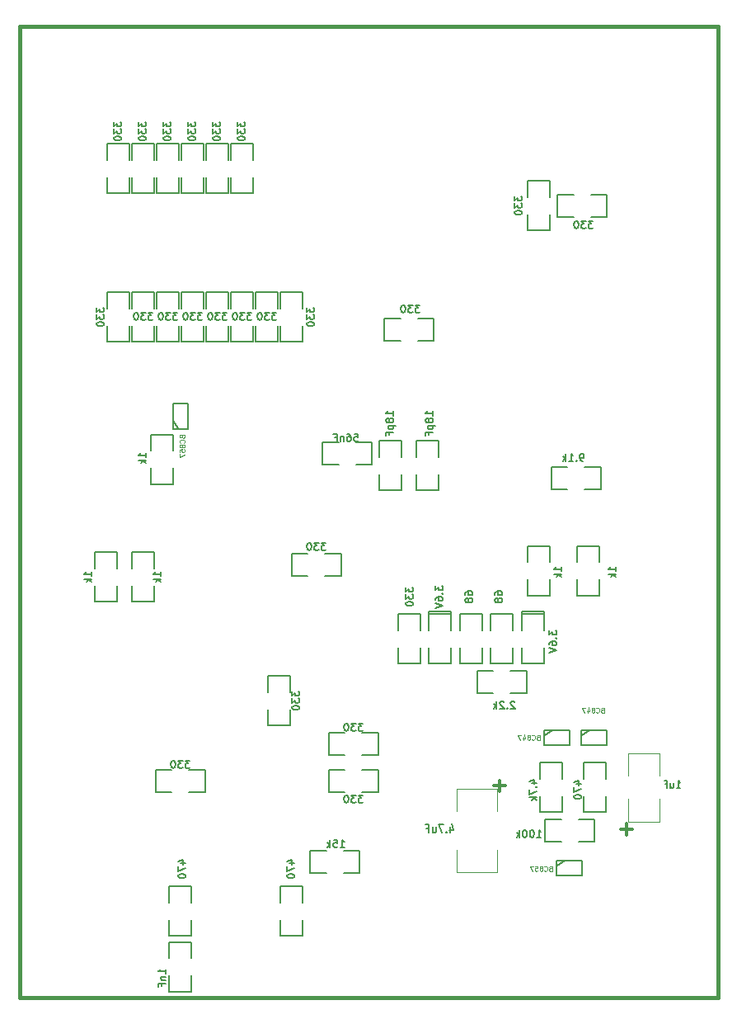
<source format=gbo>
G04 (created by PCBNEW-RS274X (2012-apr-16-27)-stable) date Ned 20 Lis 2013 22:50:24*
G01*
G70*
G90*
%MOIN*%
G04 Gerber Fmt 3.4, Leading zero omitted, Abs format*
%FSLAX34Y34*%
G04 APERTURE LIST*
%ADD10C,0.006000*%
%ADD11C,0.015000*%
%ADD12C,0.005000*%
%ADD13C,0.004700*%
%ADD14C,0.003000*%
%ADD15C,0.011800*%
G04 APERTURE END LIST*
G54D10*
G54D11*
X36000Y-55000D02*
X64250Y-55000D01*
X36000Y-15750D02*
X64250Y-15750D01*
X64250Y-55000D02*
X64250Y-15750D01*
X36000Y-55000D02*
X36000Y-15750D01*
G54D12*
X42200Y-31700D02*
X42400Y-32000D01*
X42200Y-31000D02*
X42200Y-32025D01*
X42200Y-32025D02*
X42800Y-32025D01*
X42800Y-32025D02*
X42800Y-31000D01*
X42800Y-31000D02*
X42200Y-31000D01*
X57550Y-44200D02*
X57250Y-44400D01*
X58250Y-44200D02*
X57225Y-44200D01*
X57225Y-44200D02*
X57225Y-44800D01*
X57225Y-44800D02*
X58250Y-44800D01*
X58250Y-44800D02*
X58250Y-44200D01*
X58050Y-49450D02*
X57750Y-49650D01*
X58750Y-49450D02*
X57725Y-49450D01*
X57725Y-49450D02*
X57725Y-50050D01*
X57725Y-50050D02*
X58750Y-50050D01*
X58750Y-50050D02*
X58750Y-49450D01*
X59050Y-44200D02*
X58750Y-44400D01*
X59750Y-44200D02*
X58725Y-44200D01*
X58725Y-44200D02*
X58725Y-44800D01*
X58725Y-44800D02*
X59750Y-44800D01*
X59750Y-44800D02*
X59750Y-44200D01*
X45450Y-28500D02*
X44550Y-28500D01*
X44550Y-28500D02*
X44550Y-27850D01*
X45450Y-27150D02*
X45450Y-26500D01*
X45450Y-26500D02*
X44550Y-26500D01*
X44550Y-26500D02*
X44550Y-27150D01*
X45450Y-27850D02*
X45450Y-28500D01*
X46450Y-28500D02*
X45550Y-28500D01*
X45550Y-28500D02*
X45550Y-27850D01*
X46450Y-27150D02*
X46450Y-26500D01*
X46450Y-26500D02*
X45550Y-26500D01*
X45550Y-26500D02*
X45550Y-27150D01*
X46450Y-27850D02*
X46450Y-28500D01*
X43450Y-28500D02*
X42550Y-28500D01*
X42550Y-28500D02*
X42550Y-27850D01*
X43450Y-27150D02*
X43450Y-26500D01*
X43450Y-26500D02*
X42550Y-26500D01*
X42550Y-26500D02*
X42550Y-27150D01*
X43450Y-27850D02*
X43450Y-28500D01*
X42450Y-28500D02*
X41550Y-28500D01*
X41550Y-28500D02*
X41550Y-27850D01*
X42450Y-27150D02*
X42450Y-26500D01*
X42450Y-26500D02*
X41550Y-26500D01*
X41550Y-26500D02*
X41550Y-27150D01*
X42450Y-27850D02*
X42450Y-28500D01*
X44450Y-28500D02*
X43550Y-28500D01*
X43550Y-28500D02*
X43550Y-27850D01*
X44450Y-27150D02*
X44450Y-26500D01*
X44450Y-26500D02*
X43550Y-26500D01*
X43550Y-26500D02*
X43550Y-27150D01*
X44450Y-27850D02*
X44450Y-28500D01*
X41450Y-28500D02*
X40550Y-28500D01*
X40550Y-28500D02*
X40550Y-27850D01*
X41450Y-27150D02*
X41450Y-26500D01*
X41450Y-26500D02*
X40550Y-26500D01*
X40550Y-26500D02*
X40550Y-27150D01*
X41450Y-27850D02*
X41450Y-28500D01*
X40450Y-28500D02*
X39550Y-28500D01*
X39550Y-28500D02*
X39550Y-27850D01*
X40450Y-27150D02*
X40450Y-26500D01*
X40450Y-26500D02*
X39550Y-26500D01*
X39550Y-26500D02*
X39550Y-27150D01*
X40450Y-27850D02*
X40450Y-28500D01*
X41450Y-22500D02*
X40550Y-22500D01*
X40550Y-22500D02*
X40550Y-21850D01*
X41450Y-21150D02*
X41450Y-20500D01*
X41450Y-20500D02*
X40550Y-20500D01*
X40550Y-20500D02*
X40550Y-21150D01*
X41450Y-21850D02*
X41450Y-22500D01*
X40450Y-22500D02*
X39550Y-22500D01*
X39550Y-22500D02*
X39550Y-21850D01*
X40450Y-21150D02*
X40450Y-20500D01*
X40450Y-20500D02*
X39550Y-20500D01*
X39550Y-20500D02*
X39550Y-21150D01*
X40450Y-21850D02*
X40450Y-22500D01*
X47450Y-28500D02*
X46550Y-28500D01*
X46550Y-28500D02*
X46550Y-27850D01*
X47450Y-27150D02*
X47450Y-26500D01*
X47450Y-26500D02*
X46550Y-26500D01*
X46550Y-26500D02*
X46550Y-27150D01*
X47450Y-27850D02*
X47450Y-28500D01*
X45450Y-22500D02*
X44550Y-22500D01*
X44550Y-22500D02*
X44550Y-21850D01*
X45450Y-21150D02*
X45450Y-20500D01*
X45450Y-20500D02*
X44550Y-20500D01*
X44550Y-20500D02*
X44550Y-21150D01*
X45450Y-21850D02*
X45450Y-22500D01*
X43450Y-22500D02*
X42550Y-22500D01*
X42550Y-22500D02*
X42550Y-21850D01*
X43450Y-21150D02*
X43450Y-20500D01*
X43450Y-20500D02*
X42550Y-20500D01*
X42550Y-20500D02*
X42550Y-21150D01*
X43450Y-21850D02*
X43450Y-22500D01*
X44450Y-22500D02*
X43550Y-22500D01*
X43550Y-22500D02*
X43550Y-21850D01*
X44450Y-21150D02*
X44450Y-20500D01*
X44450Y-20500D02*
X43550Y-20500D01*
X43550Y-20500D02*
X43550Y-21150D01*
X44450Y-21850D02*
X44450Y-22500D01*
X56550Y-22000D02*
X57450Y-22000D01*
X57450Y-22000D02*
X57450Y-22650D01*
X56550Y-23350D02*
X56550Y-24000D01*
X56550Y-24000D02*
X57450Y-24000D01*
X57450Y-24000D02*
X57450Y-23350D01*
X56550Y-22650D02*
X56550Y-22000D01*
X52750Y-27550D02*
X52750Y-28450D01*
X52750Y-28450D02*
X52100Y-28450D01*
X51400Y-27550D02*
X50750Y-27550D01*
X50750Y-27550D02*
X50750Y-28450D01*
X50750Y-28450D02*
X51400Y-28450D01*
X52100Y-27550D02*
X52750Y-27550D01*
X46950Y-44000D02*
X46050Y-44000D01*
X46050Y-44000D02*
X46050Y-43350D01*
X46950Y-42650D02*
X46950Y-42000D01*
X46950Y-42000D02*
X46050Y-42000D01*
X46050Y-42000D02*
X46050Y-42650D01*
X46950Y-43350D02*
X46950Y-44000D01*
X48500Y-46700D02*
X48500Y-45800D01*
X48500Y-45800D02*
X49150Y-45800D01*
X49850Y-46700D02*
X50500Y-46700D01*
X50500Y-46700D02*
X50500Y-45800D01*
X50500Y-45800D02*
X49850Y-45800D01*
X49150Y-46700D02*
X48500Y-46700D01*
X43500Y-45800D02*
X43500Y-46700D01*
X43500Y-46700D02*
X42850Y-46700D01*
X42150Y-45800D02*
X41500Y-45800D01*
X41500Y-45800D02*
X41500Y-46700D01*
X41500Y-46700D02*
X42150Y-46700D01*
X42850Y-45800D02*
X43500Y-45800D01*
X42450Y-22500D02*
X41550Y-22500D01*
X41550Y-22500D02*
X41550Y-21850D01*
X42450Y-21150D02*
X42450Y-20500D01*
X42450Y-20500D02*
X41550Y-20500D01*
X41550Y-20500D02*
X41550Y-21150D01*
X42450Y-21850D02*
X42450Y-22500D01*
X42050Y-52750D02*
X42950Y-52750D01*
X42950Y-52750D02*
X42950Y-53400D01*
X42050Y-54100D02*
X42050Y-54750D01*
X42050Y-54750D02*
X42950Y-54750D01*
X42950Y-54750D02*
X42950Y-54100D01*
X42050Y-53400D02*
X42050Y-52750D01*
X41300Y-32250D02*
X42200Y-32250D01*
X42200Y-32250D02*
X42200Y-32900D01*
X41300Y-33600D02*
X41300Y-34250D01*
X41300Y-34250D02*
X42200Y-34250D01*
X42200Y-34250D02*
X42200Y-33600D01*
X41300Y-32900D02*
X41300Y-32250D01*
G54D13*
X61880Y-45122D02*
X60620Y-45122D01*
X61880Y-47878D02*
X60620Y-47878D01*
X60618Y-46029D02*
X60618Y-45129D01*
X61882Y-45129D02*
X61882Y-46029D01*
X61882Y-46972D02*
X61882Y-47872D01*
X60618Y-47872D02*
X60618Y-46972D01*
G54D12*
X48250Y-33450D02*
X48250Y-32550D01*
X48250Y-32550D02*
X48900Y-32550D01*
X49600Y-33450D02*
X50250Y-33450D01*
X50250Y-33450D02*
X50250Y-32550D01*
X50250Y-32550D02*
X49600Y-32550D01*
X48900Y-33450D02*
X48250Y-33450D01*
G54D13*
X53673Y-46557D02*
X55327Y-46557D01*
X53673Y-49943D02*
X55327Y-49943D01*
X55329Y-49036D02*
X55329Y-49936D01*
X53671Y-49936D02*
X53671Y-49036D01*
X53671Y-47463D02*
X53671Y-46563D01*
X55329Y-46564D02*
X55329Y-47464D01*
G54D12*
X42050Y-50500D02*
X42950Y-50500D01*
X42950Y-50500D02*
X42950Y-51150D01*
X42050Y-51850D02*
X42050Y-52500D01*
X42050Y-52500D02*
X42950Y-52500D01*
X42950Y-52500D02*
X42950Y-51850D01*
X42050Y-51150D02*
X42050Y-50500D01*
X49000Y-37050D02*
X49000Y-37950D01*
X49000Y-37950D02*
X48350Y-37950D01*
X47650Y-37050D02*
X47000Y-37050D01*
X47000Y-37050D02*
X47000Y-37950D01*
X47000Y-37950D02*
X47650Y-37950D01*
X48350Y-37050D02*
X49000Y-37050D01*
X52050Y-32500D02*
X52950Y-32500D01*
X52950Y-32500D02*
X52950Y-33150D01*
X52050Y-33850D02*
X52050Y-34500D01*
X52050Y-34500D02*
X52950Y-34500D01*
X52950Y-34500D02*
X52950Y-33850D01*
X52050Y-33150D02*
X52050Y-32500D01*
X57500Y-34450D02*
X57500Y-33550D01*
X57500Y-33550D02*
X58150Y-33550D01*
X58850Y-34450D02*
X59500Y-34450D01*
X59500Y-34450D02*
X59500Y-33550D01*
X59500Y-33550D02*
X58850Y-33550D01*
X58150Y-34450D02*
X57500Y-34450D01*
X39050Y-37000D02*
X39950Y-37000D01*
X39950Y-37000D02*
X39950Y-37650D01*
X39050Y-38350D02*
X39050Y-39000D01*
X39050Y-39000D02*
X39950Y-39000D01*
X39950Y-39000D02*
X39950Y-38350D01*
X39050Y-37650D02*
X39050Y-37000D01*
X40550Y-37000D02*
X41450Y-37000D01*
X41450Y-37000D02*
X41450Y-37650D01*
X40550Y-38350D02*
X40550Y-39000D01*
X40550Y-39000D02*
X41450Y-39000D01*
X41450Y-39000D02*
X41450Y-38350D01*
X40550Y-37650D02*
X40550Y-37000D01*
X59700Y-47500D02*
X58800Y-47500D01*
X58800Y-47500D02*
X58800Y-46850D01*
X59700Y-46150D02*
X59700Y-45500D01*
X59700Y-45500D02*
X58800Y-45500D01*
X58800Y-45500D02*
X58800Y-46150D01*
X59700Y-46850D02*
X59700Y-47500D01*
X59450Y-38750D02*
X58550Y-38750D01*
X58550Y-38750D02*
X58550Y-38100D01*
X59450Y-37400D02*
X59450Y-36750D01*
X59450Y-36750D02*
X58550Y-36750D01*
X58550Y-36750D02*
X58550Y-37400D01*
X59450Y-38100D02*
X59450Y-38750D01*
X57750Y-23450D02*
X57750Y-22550D01*
X57750Y-22550D02*
X58400Y-22550D01*
X59100Y-23450D02*
X59750Y-23450D01*
X59750Y-23450D02*
X59750Y-22550D01*
X59750Y-22550D02*
X59100Y-22550D01*
X58400Y-23450D02*
X57750Y-23450D01*
X46550Y-50500D02*
X47450Y-50500D01*
X47450Y-50500D02*
X47450Y-51150D01*
X46550Y-51850D02*
X46550Y-52500D01*
X46550Y-52500D02*
X47450Y-52500D01*
X47450Y-52500D02*
X47450Y-51850D01*
X46550Y-51150D02*
X46550Y-50500D01*
X50500Y-44300D02*
X50500Y-45200D01*
X50500Y-45200D02*
X49850Y-45200D01*
X49150Y-44300D02*
X48500Y-44300D01*
X48500Y-44300D02*
X48500Y-45200D01*
X48500Y-45200D02*
X49150Y-45200D01*
X49850Y-44300D02*
X50500Y-44300D01*
X51300Y-39500D02*
X52200Y-39500D01*
X52200Y-39500D02*
X52200Y-40150D01*
X51300Y-40850D02*
X51300Y-41500D01*
X51300Y-41500D02*
X52200Y-41500D01*
X52200Y-41500D02*
X52200Y-40850D01*
X51300Y-40150D02*
X51300Y-39500D01*
X50550Y-32500D02*
X51450Y-32500D01*
X51450Y-32500D02*
X51450Y-33150D01*
X50550Y-33850D02*
X50550Y-34500D01*
X50550Y-34500D02*
X51450Y-34500D01*
X51450Y-34500D02*
X51450Y-33850D01*
X50550Y-33150D02*
X50550Y-32500D01*
X57950Y-47500D02*
X57050Y-47500D01*
X57050Y-47500D02*
X57050Y-46850D01*
X57950Y-46150D02*
X57950Y-45500D01*
X57950Y-45500D02*
X57050Y-45500D01*
X57050Y-45500D02*
X57050Y-46150D01*
X57950Y-46850D02*
X57950Y-47500D01*
X54700Y-41500D02*
X53800Y-41500D01*
X53800Y-41500D02*
X53800Y-40850D01*
X54700Y-40150D02*
X54700Y-39500D01*
X54700Y-39500D02*
X53800Y-39500D01*
X53800Y-39500D02*
X53800Y-40150D01*
X54700Y-40850D02*
X54700Y-41500D01*
X55950Y-41500D02*
X55050Y-41500D01*
X55050Y-41500D02*
X55050Y-40850D01*
X55950Y-40150D02*
X55950Y-39500D01*
X55950Y-39500D02*
X55050Y-39500D01*
X55050Y-39500D02*
X55050Y-40150D01*
X55950Y-40850D02*
X55950Y-41500D01*
X54500Y-42700D02*
X54500Y-41800D01*
X54500Y-41800D02*
X55150Y-41800D01*
X55850Y-42700D02*
X56500Y-42700D01*
X56500Y-42700D02*
X56500Y-41800D01*
X56500Y-41800D02*
X55850Y-41800D01*
X55150Y-42700D02*
X54500Y-42700D01*
X57450Y-38750D02*
X56550Y-38750D01*
X56550Y-38750D02*
X56550Y-38100D01*
X57450Y-37400D02*
X57450Y-36750D01*
X57450Y-36750D02*
X56550Y-36750D01*
X56550Y-36750D02*
X56550Y-37400D01*
X57450Y-38100D02*
X57450Y-38750D01*
X59250Y-47800D02*
X59250Y-48700D01*
X59250Y-48700D02*
X58600Y-48700D01*
X57900Y-47800D02*
X57250Y-47800D01*
X57250Y-47800D02*
X57250Y-48700D01*
X57250Y-48700D02*
X57900Y-48700D01*
X58600Y-47800D02*
X59250Y-47800D01*
X47750Y-49950D02*
X47750Y-49050D01*
X47750Y-49050D02*
X48400Y-49050D01*
X49100Y-49950D02*
X49750Y-49950D01*
X49750Y-49950D02*
X49750Y-49050D01*
X49750Y-49050D02*
X49100Y-49050D01*
X48400Y-49950D02*
X47750Y-49950D01*
X52550Y-39500D02*
X52550Y-39400D01*
X52550Y-39400D02*
X53450Y-39400D01*
X53450Y-39400D02*
X53450Y-39500D01*
X52550Y-39500D02*
X53450Y-39500D01*
X53450Y-39500D02*
X53450Y-40150D01*
X52550Y-40850D02*
X52550Y-41500D01*
X52550Y-41500D02*
X53450Y-41500D01*
X53450Y-41500D02*
X53450Y-40850D01*
X52550Y-40150D02*
X52550Y-39500D01*
X56300Y-39500D02*
X56300Y-39400D01*
X56300Y-39400D02*
X57200Y-39400D01*
X57200Y-39400D02*
X57200Y-39500D01*
X56300Y-39500D02*
X57200Y-39500D01*
X57200Y-39500D02*
X57200Y-40150D01*
X56300Y-40850D02*
X56300Y-41500D01*
X56300Y-41500D02*
X57200Y-41500D01*
X57200Y-41500D02*
X57200Y-40850D01*
X56300Y-40150D02*
X56300Y-39500D01*
G54D14*
X42576Y-32334D02*
X42585Y-32362D01*
X42595Y-32371D01*
X42614Y-32380D01*
X42642Y-32380D01*
X42660Y-32371D01*
X42670Y-32362D01*
X42679Y-32343D01*
X42679Y-32268D01*
X42482Y-32268D01*
X42482Y-32334D01*
X42492Y-32352D01*
X42501Y-32362D01*
X42520Y-32371D01*
X42539Y-32371D01*
X42557Y-32362D01*
X42567Y-32352D01*
X42576Y-32334D01*
X42576Y-32268D01*
X42660Y-32577D02*
X42670Y-32568D01*
X42679Y-32540D01*
X42679Y-32521D01*
X42670Y-32493D01*
X42651Y-32474D01*
X42632Y-32465D01*
X42595Y-32456D01*
X42567Y-32456D01*
X42529Y-32465D01*
X42510Y-32474D01*
X42492Y-32493D01*
X42482Y-32521D01*
X42482Y-32540D01*
X42492Y-32568D01*
X42501Y-32577D01*
X42567Y-32690D02*
X42557Y-32671D01*
X42548Y-32662D01*
X42529Y-32653D01*
X42520Y-32653D01*
X42501Y-32662D01*
X42492Y-32671D01*
X42482Y-32690D01*
X42482Y-32728D01*
X42492Y-32746D01*
X42501Y-32756D01*
X42520Y-32765D01*
X42529Y-32765D01*
X42548Y-32756D01*
X42557Y-32746D01*
X42567Y-32728D01*
X42567Y-32690D01*
X42576Y-32671D01*
X42585Y-32662D01*
X42604Y-32653D01*
X42642Y-32653D01*
X42660Y-32662D01*
X42670Y-32671D01*
X42679Y-32690D01*
X42679Y-32728D01*
X42670Y-32746D01*
X42660Y-32756D01*
X42642Y-32765D01*
X42604Y-32765D01*
X42585Y-32756D01*
X42576Y-32746D01*
X42567Y-32728D01*
X42482Y-32944D02*
X42482Y-32850D01*
X42576Y-32841D01*
X42567Y-32850D01*
X42557Y-32869D01*
X42557Y-32916D01*
X42567Y-32934D01*
X42576Y-32944D01*
X42595Y-32953D01*
X42642Y-32953D01*
X42660Y-32944D01*
X42670Y-32934D01*
X42679Y-32916D01*
X42679Y-32869D01*
X42670Y-32850D01*
X42660Y-32841D01*
X42482Y-33019D02*
X42482Y-33150D01*
X42679Y-33066D01*
X56966Y-44476D02*
X56938Y-44485D01*
X56929Y-44495D01*
X56920Y-44514D01*
X56920Y-44542D01*
X56929Y-44560D01*
X56938Y-44570D01*
X56957Y-44579D01*
X57032Y-44579D01*
X57032Y-44382D01*
X56966Y-44382D01*
X56948Y-44392D01*
X56938Y-44401D01*
X56929Y-44420D01*
X56929Y-44439D01*
X56938Y-44457D01*
X56948Y-44467D01*
X56966Y-44476D01*
X57032Y-44476D01*
X56723Y-44560D02*
X56732Y-44570D01*
X56760Y-44579D01*
X56779Y-44579D01*
X56807Y-44570D01*
X56826Y-44551D01*
X56835Y-44532D01*
X56844Y-44495D01*
X56844Y-44467D01*
X56835Y-44429D01*
X56826Y-44410D01*
X56807Y-44392D01*
X56779Y-44382D01*
X56760Y-44382D01*
X56732Y-44392D01*
X56723Y-44401D01*
X56610Y-44467D02*
X56629Y-44457D01*
X56638Y-44448D01*
X56647Y-44429D01*
X56647Y-44420D01*
X56638Y-44401D01*
X56629Y-44392D01*
X56610Y-44382D01*
X56572Y-44382D01*
X56554Y-44392D01*
X56544Y-44401D01*
X56535Y-44420D01*
X56535Y-44429D01*
X56544Y-44448D01*
X56554Y-44457D01*
X56572Y-44467D01*
X56610Y-44467D01*
X56629Y-44476D01*
X56638Y-44485D01*
X56647Y-44504D01*
X56647Y-44542D01*
X56638Y-44560D01*
X56629Y-44570D01*
X56610Y-44579D01*
X56572Y-44579D01*
X56554Y-44570D01*
X56544Y-44560D01*
X56535Y-44542D01*
X56535Y-44504D01*
X56544Y-44485D01*
X56554Y-44476D01*
X56572Y-44467D01*
X56366Y-44448D02*
X56366Y-44579D01*
X56413Y-44373D02*
X56459Y-44514D01*
X56338Y-44514D01*
X56281Y-44382D02*
X56150Y-44382D01*
X56234Y-44579D01*
X57466Y-49776D02*
X57438Y-49785D01*
X57429Y-49795D01*
X57420Y-49814D01*
X57420Y-49842D01*
X57429Y-49860D01*
X57438Y-49870D01*
X57457Y-49879D01*
X57532Y-49879D01*
X57532Y-49682D01*
X57466Y-49682D01*
X57448Y-49692D01*
X57438Y-49701D01*
X57429Y-49720D01*
X57429Y-49739D01*
X57438Y-49757D01*
X57448Y-49767D01*
X57466Y-49776D01*
X57532Y-49776D01*
X57223Y-49860D02*
X57232Y-49870D01*
X57260Y-49879D01*
X57279Y-49879D01*
X57307Y-49870D01*
X57326Y-49851D01*
X57335Y-49832D01*
X57344Y-49795D01*
X57344Y-49767D01*
X57335Y-49729D01*
X57326Y-49710D01*
X57307Y-49692D01*
X57279Y-49682D01*
X57260Y-49682D01*
X57232Y-49692D01*
X57223Y-49701D01*
X57110Y-49767D02*
X57129Y-49757D01*
X57138Y-49748D01*
X57147Y-49729D01*
X57147Y-49720D01*
X57138Y-49701D01*
X57129Y-49692D01*
X57110Y-49682D01*
X57072Y-49682D01*
X57054Y-49692D01*
X57044Y-49701D01*
X57035Y-49720D01*
X57035Y-49729D01*
X57044Y-49748D01*
X57054Y-49757D01*
X57072Y-49767D01*
X57110Y-49767D01*
X57129Y-49776D01*
X57138Y-49785D01*
X57147Y-49804D01*
X57147Y-49842D01*
X57138Y-49860D01*
X57129Y-49870D01*
X57110Y-49879D01*
X57072Y-49879D01*
X57054Y-49870D01*
X57044Y-49860D01*
X57035Y-49842D01*
X57035Y-49804D01*
X57044Y-49785D01*
X57054Y-49776D01*
X57072Y-49767D01*
X56856Y-49682D02*
X56950Y-49682D01*
X56959Y-49776D01*
X56950Y-49767D01*
X56931Y-49757D01*
X56884Y-49757D01*
X56866Y-49767D01*
X56856Y-49776D01*
X56847Y-49795D01*
X56847Y-49842D01*
X56856Y-49860D01*
X56866Y-49870D01*
X56884Y-49879D01*
X56931Y-49879D01*
X56950Y-49870D01*
X56959Y-49860D01*
X56781Y-49682D02*
X56650Y-49682D01*
X56734Y-49879D01*
X59566Y-43376D02*
X59538Y-43385D01*
X59529Y-43395D01*
X59520Y-43414D01*
X59520Y-43442D01*
X59529Y-43460D01*
X59538Y-43470D01*
X59557Y-43479D01*
X59632Y-43479D01*
X59632Y-43282D01*
X59566Y-43282D01*
X59548Y-43292D01*
X59538Y-43301D01*
X59529Y-43320D01*
X59529Y-43339D01*
X59538Y-43357D01*
X59548Y-43367D01*
X59566Y-43376D01*
X59632Y-43376D01*
X59323Y-43460D02*
X59332Y-43470D01*
X59360Y-43479D01*
X59379Y-43479D01*
X59407Y-43470D01*
X59426Y-43451D01*
X59435Y-43432D01*
X59444Y-43395D01*
X59444Y-43367D01*
X59435Y-43329D01*
X59426Y-43310D01*
X59407Y-43292D01*
X59379Y-43282D01*
X59360Y-43282D01*
X59332Y-43292D01*
X59323Y-43301D01*
X59210Y-43367D02*
X59229Y-43357D01*
X59238Y-43348D01*
X59247Y-43329D01*
X59247Y-43320D01*
X59238Y-43301D01*
X59229Y-43292D01*
X59210Y-43282D01*
X59172Y-43282D01*
X59154Y-43292D01*
X59144Y-43301D01*
X59135Y-43320D01*
X59135Y-43329D01*
X59144Y-43348D01*
X59154Y-43357D01*
X59172Y-43367D01*
X59210Y-43367D01*
X59229Y-43376D01*
X59238Y-43385D01*
X59247Y-43404D01*
X59247Y-43442D01*
X59238Y-43460D01*
X59229Y-43470D01*
X59210Y-43479D01*
X59172Y-43479D01*
X59154Y-43470D01*
X59144Y-43460D01*
X59135Y-43442D01*
X59135Y-43404D01*
X59144Y-43385D01*
X59154Y-43376D01*
X59172Y-43367D01*
X58966Y-43348D02*
X58966Y-43479D01*
X59013Y-43273D02*
X59059Y-43414D01*
X58938Y-43414D01*
X58881Y-43282D02*
X58750Y-43282D01*
X58834Y-43479D01*
G54D12*
X45386Y-27321D02*
X45200Y-27321D01*
X45300Y-27436D01*
X45258Y-27436D01*
X45229Y-27450D01*
X45215Y-27464D01*
X45200Y-27493D01*
X45200Y-27564D01*
X45215Y-27593D01*
X45229Y-27607D01*
X45258Y-27621D01*
X45343Y-27621D01*
X45372Y-27607D01*
X45386Y-27593D01*
X45100Y-27321D02*
X44914Y-27321D01*
X45014Y-27436D01*
X44972Y-27436D01*
X44943Y-27450D01*
X44929Y-27464D01*
X44914Y-27493D01*
X44914Y-27564D01*
X44929Y-27593D01*
X44943Y-27607D01*
X44972Y-27621D01*
X45057Y-27621D01*
X45086Y-27607D01*
X45100Y-27593D01*
X44728Y-27321D02*
X44700Y-27321D01*
X44671Y-27336D01*
X44657Y-27350D01*
X44643Y-27379D01*
X44628Y-27436D01*
X44628Y-27507D01*
X44643Y-27564D01*
X44657Y-27593D01*
X44671Y-27607D01*
X44700Y-27621D01*
X44728Y-27621D01*
X44757Y-27607D01*
X44771Y-27593D01*
X44786Y-27564D01*
X44800Y-27507D01*
X44800Y-27436D01*
X44786Y-27379D01*
X44771Y-27350D01*
X44757Y-27336D01*
X44728Y-27321D01*
X46386Y-27321D02*
X46200Y-27321D01*
X46300Y-27436D01*
X46258Y-27436D01*
X46229Y-27450D01*
X46215Y-27464D01*
X46200Y-27493D01*
X46200Y-27564D01*
X46215Y-27593D01*
X46229Y-27607D01*
X46258Y-27621D01*
X46343Y-27621D01*
X46372Y-27607D01*
X46386Y-27593D01*
X46100Y-27321D02*
X45914Y-27321D01*
X46014Y-27436D01*
X45972Y-27436D01*
X45943Y-27450D01*
X45929Y-27464D01*
X45914Y-27493D01*
X45914Y-27564D01*
X45929Y-27593D01*
X45943Y-27607D01*
X45972Y-27621D01*
X46057Y-27621D01*
X46086Y-27607D01*
X46100Y-27593D01*
X45728Y-27321D02*
X45700Y-27321D01*
X45671Y-27336D01*
X45657Y-27350D01*
X45643Y-27379D01*
X45628Y-27436D01*
X45628Y-27507D01*
X45643Y-27564D01*
X45657Y-27593D01*
X45671Y-27607D01*
X45700Y-27621D01*
X45728Y-27621D01*
X45757Y-27607D01*
X45771Y-27593D01*
X45786Y-27564D01*
X45800Y-27507D01*
X45800Y-27436D01*
X45786Y-27379D01*
X45771Y-27350D01*
X45757Y-27336D01*
X45728Y-27321D01*
X43386Y-27321D02*
X43200Y-27321D01*
X43300Y-27436D01*
X43258Y-27436D01*
X43229Y-27450D01*
X43215Y-27464D01*
X43200Y-27493D01*
X43200Y-27564D01*
X43215Y-27593D01*
X43229Y-27607D01*
X43258Y-27621D01*
X43343Y-27621D01*
X43372Y-27607D01*
X43386Y-27593D01*
X43100Y-27321D02*
X42914Y-27321D01*
X43014Y-27436D01*
X42972Y-27436D01*
X42943Y-27450D01*
X42929Y-27464D01*
X42914Y-27493D01*
X42914Y-27564D01*
X42929Y-27593D01*
X42943Y-27607D01*
X42972Y-27621D01*
X43057Y-27621D01*
X43086Y-27607D01*
X43100Y-27593D01*
X42728Y-27321D02*
X42700Y-27321D01*
X42671Y-27336D01*
X42657Y-27350D01*
X42643Y-27379D01*
X42628Y-27436D01*
X42628Y-27507D01*
X42643Y-27564D01*
X42657Y-27593D01*
X42671Y-27607D01*
X42700Y-27621D01*
X42728Y-27621D01*
X42757Y-27607D01*
X42771Y-27593D01*
X42786Y-27564D01*
X42800Y-27507D01*
X42800Y-27436D01*
X42786Y-27379D01*
X42771Y-27350D01*
X42757Y-27336D01*
X42728Y-27321D01*
X42386Y-27321D02*
X42200Y-27321D01*
X42300Y-27436D01*
X42258Y-27436D01*
X42229Y-27450D01*
X42215Y-27464D01*
X42200Y-27493D01*
X42200Y-27564D01*
X42215Y-27593D01*
X42229Y-27607D01*
X42258Y-27621D01*
X42343Y-27621D01*
X42372Y-27607D01*
X42386Y-27593D01*
X42100Y-27321D02*
X41914Y-27321D01*
X42014Y-27436D01*
X41972Y-27436D01*
X41943Y-27450D01*
X41929Y-27464D01*
X41914Y-27493D01*
X41914Y-27564D01*
X41929Y-27593D01*
X41943Y-27607D01*
X41972Y-27621D01*
X42057Y-27621D01*
X42086Y-27607D01*
X42100Y-27593D01*
X41728Y-27321D02*
X41700Y-27321D01*
X41671Y-27336D01*
X41657Y-27350D01*
X41643Y-27379D01*
X41628Y-27436D01*
X41628Y-27507D01*
X41643Y-27564D01*
X41657Y-27593D01*
X41671Y-27607D01*
X41700Y-27621D01*
X41728Y-27621D01*
X41757Y-27607D01*
X41771Y-27593D01*
X41786Y-27564D01*
X41800Y-27507D01*
X41800Y-27436D01*
X41786Y-27379D01*
X41771Y-27350D01*
X41757Y-27336D01*
X41728Y-27321D01*
X44386Y-27321D02*
X44200Y-27321D01*
X44300Y-27436D01*
X44258Y-27436D01*
X44229Y-27450D01*
X44215Y-27464D01*
X44200Y-27493D01*
X44200Y-27564D01*
X44215Y-27593D01*
X44229Y-27607D01*
X44258Y-27621D01*
X44343Y-27621D01*
X44372Y-27607D01*
X44386Y-27593D01*
X44100Y-27321D02*
X43914Y-27321D01*
X44014Y-27436D01*
X43972Y-27436D01*
X43943Y-27450D01*
X43929Y-27464D01*
X43914Y-27493D01*
X43914Y-27564D01*
X43929Y-27593D01*
X43943Y-27607D01*
X43972Y-27621D01*
X44057Y-27621D01*
X44086Y-27607D01*
X44100Y-27593D01*
X43728Y-27321D02*
X43700Y-27321D01*
X43671Y-27336D01*
X43657Y-27350D01*
X43643Y-27379D01*
X43628Y-27436D01*
X43628Y-27507D01*
X43643Y-27564D01*
X43657Y-27593D01*
X43671Y-27607D01*
X43700Y-27621D01*
X43728Y-27621D01*
X43757Y-27607D01*
X43771Y-27593D01*
X43786Y-27564D01*
X43800Y-27507D01*
X43800Y-27436D01*
X43786Y-27379D01*
X43771Y-27350D01*
X43757Y-27336D01*
X43728Y-27321D01*
X41386Y-27321D02*
X41200Y-27321D01*
X41300Y-27436D01*
X41258Y-27436D01*
X41229Y-27450D01*
X41215Y-27464D01*
X41200Y-27493D01*
X41200Y-27564D01*
X41215Y-27593D01*
X41229Y-27607D01*
X41258Y-27621D01*
X41343Y-27621D01*
X41372Y-27607D01*
X41386Y-27593D01*
X41100Y-27321D02*
X40914Y-27321D01*
X41014Y-27436D01*
X40972Y-27436D01*
X40943Y-27450D01*
X40929Y-27464D01*
X40914Y-27493D01*
X40914Y-27564D01*
X40929Y-27593D01*
X40943Y-27607D01*
X40972Y-27621D01*
X41057Y-27621D01*
X41086Y-27607D01*
X41100Y-27593D01*
X40728Y-27321D02*
X40700Y-27321D01*
X40671Y-27336D01*
X40657Y-27350D01*
X40643Y-27379D01*
X40628Y-27436D01*
X40628Y-27507D01*
X40643Y-27564D01*
X40657Y-27593D01*
X40671Y-27607D01*
X40700Y-27621D01*
X40728Y-27621D01*
X40757Y-27607D01*
X40771Y-27593D01*
X40786Y-27564D01*
X40800Y-27507D01*
X40800Y-27436D01*
X40786Y-27379D01*
X40771Y-27350D01*
X40757Y-27336D01*
X40728Y-27321D01*
X39121Y-27114D02*
X39121Y-27300D01*
X39236Y-27200D01*
X39236Y-27242D01*
X39250Y-27271D01*
X39264Y-27285D01*
X39293Y-27300D01*
X39364Y-27300D01*
X39393Y-27285D01*
X39407Y-27271D01*
X39421Y-27242D01*
X39421Y-27157D01*
X39407Y-27128D01*
X39393Y-27114D01*
X39121Y-27400D02*
X39121Y-27586D01*
X39236Y-27486D01*
X39236Y-27528D01*
X39250Y-27557D01*
X39264Y-27571D01*
X39293Y-27586D01*
X39364Y-27586D01*
X39393Y-27571D01*
X39407Y-27557D01*
X39421Y-27528D01*
X39421Y-27443D01*
X39407Y-27414D01*
X39393Y-27400D01*
X39121Y-27772D02*
X39121Y-27800D01*
X39136Y-27829D01*
X39150Y-27843D01*
X39179Y-27857D01*
X39236Y-27872D01*
X39307Y-27872D01*
X39364Y-27857D01*
X39393Y-27843D01*
X39407Y-27829D01*
X39421Y-27800D01*
X39421Y-27772D01*
X39407Y-27743D01*
X39393Y-27729D01*
X39364Y-27714D01*
X39307Y-27700D01*
X39236Y-27700D01*
X39179Y-27714D01*
X39150Y-27729D01*
X39136Y-27743D01*
X39121Y-27772D01*
X40821Y-19614D02*
X40821Y-19800D01*
X40936Y-19700D01*
X40936Y-19742D01*
X40950Y-19771D01*
X40964Y-19785D01*
X40993Y-19800D01*
X41064Y-19800D01*
X41093Y-19785D01*
X41107Y-19771D01*
X41121Y-19742D01*
X41121Y-19657D01*
X41107Y-19628D01*
X41093Y-19614D01*
X40821Y-19900D02*
X40821Y-20086D01*
X40936Y-19986D01*
X40936Y-20028D01*
X40950Y-20057D01*
X40964Y-20071D01*
X40993Y-20086D01*
X41064Y-20086D01*
X41093Y-20071D01*
X41107Y-20057D01*
X41121Y-20028D01*
X41121Y-19943D01*
X41107Y-19914D01*
X41093Y-19900D01*
X40821Y-20272D02*
X40821Y-20300D01*
X40836Y-20329D01*
X40850Y-20343D01*
X40879Y-20357D01*
X40936Y-20372D01*
X41007Y-20372D01*
X41064Y-20357D01*
X41093Y-20343D01*
X41107Y-20329D01*
X41121Y-20300D01*
X41121Y-20272D01*
X41107Y-20243D01*
X41093Y-20229D01*
X41064Y-20214D01*
X41007Y-20200D01*
X40936Y-20200D01*
X40879Y-20214D01*
X40850Y-20229D01*
X40836Y-20243D01*
X40821Y-20272D01*
X39821Y-19614D02*
X39821Y-19800D01*
X39936Y-19700D01*
X39936Y-19742D01*
X39950Y-19771D01*
X39964Y-19785D01*
X39993Y-19800D01*
X40064Y-19800D01*
X40093Y-19785D01*
X40107Y-19771D01*
X40121Y-19742D01*
X40121Y-19657D01*
X40107Y-19628D01*
X40093Y-19614D01*
X39821Y-19900D02*
X39821Y-20086D01*
X39936Y-19986D01*
X39936Y-20028D01*
X39950Y-20057D01*
X39964Y-20071D01*
X39993Y-20086D01*
X40064Y-20086D01*
X40093Y-20071D01*
X40107Y-20057D01*
X40121Y-20028D01*
X40121Y-19943D01*
X40107Y-19914D01*
X40093Y-19900D01*
X39821Y-20272D02*
X39821Y-20300D01*
X39836Y-20329D01*
X39850Y-20343D01*
X39879Y-20357D01*
X39936Y-20372D01*
X40007Y-20372D01*
X40064Y-20357D01*
X40093Y-20343D01*
X40107Y-20329D01*
X40121Y-20300D01*
X40121Y-20272D01*
X40107Y-20243D01*
X40093Y-20229D01*
X40064Y-20214D01*
X40007Y-20200D01*
X39936Y-20200D01*
X39879Y-20214D01*
X39850Y-20229D01*
X39836Y-20243D01*
X39821Y-20272D01*
X47621Y-27114D02*
X47621Y-27300D01*
X47736Y-27200D01*
X47736Y-27242D01*
X47750Y-27271D01*
X47764Y-27285D01*
X47793Y-27300D01*
X47864Y-27300D01*
X47893Y-27285D01*
X47907Y-27271D01*
X47921Y-27242D01*
X47921Y-27157D01*
X47907Y-27128D01*
X47893Y-27114D01*
X47621Y-27400D02*
X47621Y-27586D01*
X47736Y-27486D01*
X47736Y-27528D01*
X47750Y-27557D01*
X47764Y-27571D01*
X47793Y-27586D01*
X47864Y-27586D01*
X47893Y-27571D01*
X47907Y-27557D01*
X47921Y-27528D01*
X47921Y-27443D01*
X47907Y-27414D01*
X47893Y-27400D01*
X47621Y-27772D02*
X47621Y-27800D01*
X47636Y-27829D01*
X47650Y-27843D01*
X47679Y-27857D01*
X47736Y-27872D01*
X47807Y-27872D01*
X47864Y-27857D01*
X47893Y-27843D01*
X47907Y-27829D01*
X47921Y-27800D01*
X47921Y-27772D01*
X47907Y-27743D01*
X47893Y-27729D01*
X47864Y-27714D01*
X47807Y-27700D01*
X47736Y-27700D01*
X47679Y-27714D01*
X47650Y-27729D01*
X47636Y-27743D01*
X47621Y-27772D01*
X44821Y-19614D02*
X44821Y-19800D01*
X44936Y-19700D01*
X44936Y-19742D01*
X44950Y-19771D01*
X44964Y-19785D01*
X44993Y-19800D01*
X45064Y-19800D01*
X45093Y-19785D01*
X45107Y-19771D01*
X45121Y-19742D01*
X45121Y-19657D01*
X45107Y-19628D01*
X45093Y-19614D01*
X44821Y-19900D02*
X44821Y-20086D01*
X44936Y-19986D01*
X44936Y-20028D01*
X44950Y-20057D01*
X44964Y-20071D01*
X44993Y-20086D01*
X45064Y-20086D01*
X45093Y-20071D01*
X45107Y-20057D01*
X45121Y-20028D01*
X45121Y-19943D01*
X45107Y-19914D01*
X45093Y-19900D01*
X44821Y-20272D02*
X44821Y-20300D01*
X44836Y-20329D01*
X44850Y-20343D01*
X44879Y-20357D01*
X44936Y-20372D01*
X45007Y-20372D01*
X45064Y-20357D01*
X45093Y-20343D01*
X45107Y-20329D01*
X45121Y-20300D01*
X45121Y-20272D01*
X45107Y-20243D01*
X45093Y-20229D01*
X45064Y-20214D01*
X45007Y-20200D01*
X44936Y-20200D01*
X44879Y-20214D01*
X44850Y-20229D01*
X44836Y-20243D01*
X44821Y-20272D01*
X42821Y-19614D02*
X42821Y-19800D01*
X42936Y-19700D01*
X42936Y-19742D01*
X42950Y-19771D01*
X42964Y-19785D01*
X42993Y-19800D01*
X43064Y-19800D01*
X43093Y-19785D01*
X43107Y-19771D01*
X43121Y-19742D01*
X43121Y-19657D01*
X43107Y-19628D01*
X43093Y-19614D01*
X42821Y-19900D02*
X42821Y-20086D01*
X42936Y-19986D01*
X42936Y-20028D01*
X42950Y-20057D01*
X42964Y-20071D01*
X42993Y-20086D01*
X43064Y-20086D01*
X43093Y-20071D01*
X43107Y-20057D01*
X43121Y-20028D01*
X43121Y-19943D01*
X43107Y-19914D01*
X43093Y-19900D01*
X42821Y-20272D02*
X42821Y-20300D01*
X42836Y-20329D01*
X42850Y-20343D01*
X42879Y-20357D01*
X42936Y-20372D01*
X43007Y-20372D01*
X43064Y-20357D01*
X43093Y-20343D01*
X43107Y-20329D01*
X43121Y-20300D01*
X43121Y-20272D01*
X43107Y-20243D01*
X43093Y-20229D01*
X43064Y-20214D01*
X43007Y-20200D01*
X42936Y-20200D01*
X42879Y-20214D01*
X42850Y-20229D01*
X42836Y-20243D01*
X42821Y-20272D01*
X43821Y-19614D02*
X43821Y-19800D01*
X43936Y-19700D01*
X43936Y-19742D01*
X43950Y-19771D01*
X43964Y-19785D01*
X43993Y-19800D01*
X44064Y-19800D01*
X44093Y-19785D01*
X44107Y-19771D01*
X44121Y-19742D01*
X44121Y-19657D01*
X44107Y-19628D01*
X44093Y-19614D01*
X43821Y-19900D02*
X43821Y-20086D01*
X43936Y-19986D01*
X43936Y-20028D01*
X43950Y-20057D01*
X43964Y-20071D01*
X43993Y-20086D01*
X44064Y-20086D01*
X44093Y-20071D01*
X44107Y-20057D01*
X44121Y-20028D01*
X44121Y-19943D01*
X44107Y-19914D01*
X44093Y-19900D01*
X43821Y-20272D02*
X43821Y-20300D01*
X43836Y-20329D01*
X43850Y-20343D01*
X43879Y-20357D01*
X43936Y-20372D01*
X44007Y-20372D01*
X44064Y-20357D01*
X44093Y-20343D01*
X44107Y-20329D01*
X44121Y-20300D01*
X44121Y-20272D01*
X44107Y-20243D01*
X44093Y-20229D01*
X44064Y-20214D01*
X44007Y-20200D01*
X43936Y-20200D01*
X43879Y-20214D01*
X43850Y-20229D01*
X43836Y-20243D01*
X43821Y-20272D01*
X56021Y-22614D02*
X56021Y-22800D01*
X56136Y-22700D01*
X56136Y-22742D01*
X56150Y-22771D01*
X56164Y-22785D01*
X56193Y-22800D01*
X56264Y-22800D01*
X56293Y-22785D01*
X56307Y-22771D01*
X56321Y-22742D01*
X56321Y-22657D01*
X56307Y-22628D01*
X56293Y-22614D01*
X56021Y-22900D02*
X56021Y-23086D01*
X56136Y-22986D01*
X56136Y-23028D01*
X56150Y-23057D01*
X56164Y-23071D01*
X56193Y-23086D01*
X56264Y-23086D01*
X56293Y-23071D01*
X56307Y-23057D01*
X56321Y-23028D01*
X56321Y-22943D01*
X56307Y-22914D01*
X56293Y-22900D01*
X56021Y-23272D02*
X56021Y-23300D01*
X56036Y-23329D01*
X56050Y-23343D01*
X56079Y-23357D01*
X56136Y-23372D01*
X56207Y-23372D01*
X56264Y-23357D01*
X56293Y-23343D01*
X56307Y-23329D01*
X56321Y-23300D01*
X56321Y-23272D01*
X56307Y-23243D01*
X56293Y-23229D01*
X56264Y-23214D01*
X56207Y-23200D01*
X56136Y-23200D01*
X56079Y-23214D01*
X56050Y-23229D01*
X56036Y-23243D01*
X56021Y-23272D01*
X52186Y-27021D02*
X52000Y-27021D01*
X52100Y-27136D01*
X52058Y-27136D01*
X52029Y-27150D01*
X52015Y-27164D01*
X52000Y-27193D01*
X52000Y-27264D01*
X52015Y-27293D01*
X52029Y-27307D01*
X52058Y-27321D01*
X52143Y-27321D01*
X52172Y-27307D01*
X52186Y-27293D01*
X51900Y-27021D02*
X51714Y-27021D01*
X51814Y-27136D01*
X51772Y-27136D01*
X51743Y-27150D01*
X51729Y-27164D01*
X51714Y-27193D01*
X51714Y-27264D01*
X51729Y-27293D01*
X51743Y-27307D01*
X51772Y-27321D01*
X51857Y-27321D01*
X51886Y-27307D01*
X51900Y-27293D01*
X51528Y-27021D02*
X51500Y-27021D01*
X51471Y-27036D01*
X51457Y-27050D01*
X51443Y-27079D01*
X51428Y-27136D01*
X51428Y-27207D01*
X51443Y-27264D01*
X51457Y-27293D01*
X51471Y-27307D01*
X51500Y-27321D01*
X51528Y-27321D01*
X51557Y-27307D01*
X51571Y-27293D01*
X51586Y-27264D01*
X51600Y-27207D01*
X51600Y-27136D01*
X51586Y-27079D01*
X51571Y-27050D01*
X51557Y-27036D01*
X51528Y-27021D01*
X47021Y-42614D02*
X47021Y-42800D01*
X47136Y-42700D01*
X47136Y-42742D01*
X47150Y-42771D01*
X47164Y-42785D01*
X47193Y-42800D01*
X47264Y-42800D01*
X47293Y-42785D01*
X47307Y-42771D01*
X47321Y-42742D01*
X47321Y-42657D01*
X47307Y-42628D01*
X47293Y-42614D01*
X47021Y-42900D02*
X47021Y-43086D01*
X47136Y-42986D01*
X47136Y-43028D01*
X47150Y-43057D01*
X47164Y-43071D01*
X47193Y-43086D01*
X47264Y-43086D01*
X47293Y-43071D01*
X47307Y-43057D01*
X47321Y-43028D01*
X47321Y-42943D01*
X47307Y-42914D01*
X47293Y-42900D01*
X47021Y-43272D02*
X47021Y-43300D01*
X47036Y-43329D01*
X47050Y-43343D01*
X47079Y-43357D01*
X47136Y-43372D01*
X47207Y-43372D01*
X47264Y-43357D01*
X47293Y-43343D01*
X47307Y-43329D01*
X47321Y-43300D01*
X47321Y-43272D01*
X47307Y-43243D01*
X47293Y-43229D01*
X47264Y-43214D01*
X47207Y-43200D01*
X47136Y-43200D01*
X47079Y-43214D01*
X47050Y-43229D01*
X47036Y-43243D01*
X47021Y-43272D01*
X49886Y-46821D02*
X49700Y-46821D01*
X49800Y-46936D01*
X49758Y-46936D01*
X49729Y-46950D01*
X49715Y-46964D01*
X49700Y-46993D01*
X49700Y-47064D01*
X49715Y-47093D01*
X49729Y-47107D01*
X49758Y-47121D01*
X49843Y-47121D01*
X49872Y-47107D01*
X49886Y-47093D01*
X49600Y-46821D02*
X49414Y-46821D01*
X49514Y-46936D01*
X49472Y-46936D01*
X49443Y-46950D01*
X49429Y-46964D01*
X49414Y-46993D01*
X49414Y-47064D01*
X49429Y-47093D01*
X49443Y-47107D01*
X49472Y-47121D01*
X49557Y-47121D01*
X49586Y-47107D01*
X49600Y-47093D01*
X49228Y-46821D02*
X49200Y-46821D01*
X49171Y-46836D01*
X49157Y-46850D01*
X49143Y-46879D01*
X49128Y-46936D01*
X49128Y-47007D01*
X49143Y-47064D01*
X49157Y-47093D01*
X49171Y-47107D01*
X49200Y-47121D01*
X49228Y-47121D01*
X49257Y-47107D01*
X49271Y-47093D01*
X49286Y-47064D01*
X49300Y-47007D01*
X49300Y-46936D01*
X49286Y-46879D01*
X49271Y-46850D01*
X49257Y-46836D01*
X49228Y-46821D01*
X42886Y-45421D02*
X42700Y-45421D01*
X42800Y-45536D01*
X42758Y-45536D01*
X42729Y-45550D01*
X42715Y-45564D01*
X42700Y-45593D01*
X42700Y-45664D01*
X42715Y-45693D01*
X42729Y-45707D01*
X42758Y-45721D01*
X42843Y-45721D01*
X42872Y-45707D01*
X42886Y-45693D01*
X42600Y-45421D02*
X42414Y-45421D01*
X42514Y-45536D01*
X42472Y-45536D01*
X42443Y-45550D01*
X42429Y-45564D01*
X42414Y-45593D01*
X42414Y-45664D01*
X42429Y-45693D01*
X42443Y-45707D01*
X42472Y-45721D01*
X42557Y-45721D01*
X42586Y-45707D01*
X42600Y-45693D01*
X42228Y-45421D02*
X42200Y-45421D01*
X42171Y-45436D01*
X42157Y-45450D01*
X42143Y-45479D01*
X42128Y-45536D01*
X42128Y-45607D01*
X42143Y-45664D01*
X42157Y-45693D01*
X42171Y-45707D01*
X42200Y-45721D01*
X42228Y-45721D01*
X42257Y-45707D01*
X42271Y-45693D01*
X42286Y-45664D01*
X42300Y-45607D01*
X42300Y-45536D01*
X42286Y-45479D01*
X42271Y-45450D01*
X42257Y-45436D01*
X42228Y-45421D01*
X41821Y-19614D02*
X41821Y-19800D01*
X41936Y-19700D01*
X41936Y-19742D01*
X41950Y-19771D01*
X41964Y-19785D01*
X41993Y-19800D01*
X42064Y-19800D01*
X42093Y-19785D01*
X42107Y-19771D01*
X42121Y-19742D01*
X42121Y-19657D01*
X42107Y-19628D01*
X42093Y-19614D01*
X41821Y-19900D02*
X41821Y-20086D01*
X41936Y-19986D01*
X41936Y-20028D01*
X41950Y-20057D01*
X41964Y-20071D01*
X41993Y-20086D01*
X42064Y-20086D01*
X42093Y-20071D01*
X42107Y-20057D01*
X42121Y-20028D01*
X42121Y-19943D01*
X42107Y-19914D01*
X42093Y-19900D01*
X41821Y-20272D02*
X41821Y-20300D01*
X41836Y-20329D01*
X41850Y-20343D01*
X41879Y-20357D01*
X41936Y-20372D01*
X42007Y-20372D01*
X42064Y-20357D01*
X42093Y-20343D01*
X42107Y-20329D01*
X42121Y-20300D01*
X42121Y-20272D01*
X42107Y-20243D01*
X42093Y-20229D01*
X42064Y-20214D01*
X42007Y-20200D01*
X41936Y-20200D01*
X41879Y-20214D01*
X41850Y-20229D01*
X41836Y-20243D01*
X41821Y-20272D01*
X41921Y-54022D02*
X41921Y-53850D01*
X41921Y-53936D02*
X41621Y-53936D01*
X41664Y-53907D01*
X41693Y-53879D01*
X41707Y-53850D01*
X41721Y-54150D02*
X41921Y-54150D01*
X41750Y-54150D02*
X41736Y-54165D01*
X41721Y-54193D01*
X41721Y-54236D01*
X41736Y-54265D01*
X41764Y-54279D01*
X41921Y-54279D01*
X41764Y-54521D02*
X41764Y-54421D01*
X41921Y-54421D02*
X41621Y-54421D01*
X41621Y-54564D01*
X41121Y-33165D02*
X41121Y-32993D01*
X41121Y-33079D02*
X40821Y-33079D01*
X40864Y-33050D01*
X40893Y-33022D01*
X40907Y-32993D01*
X41121Y-33293D02*
X40821Y-33293D01*
X41007Y-33322D02*
X41121Y-33408D01*
X40921Y-33408D02*
X41036Y-33293D01*
X62565Y-46512D02*
X62722Y-46512D01*
X62644Y-46512D02*
X62644Y-46236D01*
X62670Y-46275D01*
X62696Y-46301D01*
X62722Y-46315D01*
X62328Y-46328D02*
X62328Y-46512D01*
X62446Y-46328D02*
X62446Y-46472D01*
X62433Y-46499D01*
X62407Y-46512D01*
X62367Y-46512D01*
X62341Y-46499D01*
X62328Y-46485D01*
X62104Y-46367D02*
X62196Y-46367D01*
X62196Y-46512D02*
X62196Y-46236D01*
X62065Y-46236D01*
G54D15*
X60555Y-47965D02*
X60555Y-48422D01*
X60784Y-48193D02*
X60327Y-48193D01*
G54D12*
X49536Y-32221D02*
X49679Y-32221D01*
X49693Y-32364D01*
X49679Y-32350D01*
X49650Y-32336D01*
X49579Y-32336D01*
X49550Y-32350D01*
X49536Y-32364D01*
X49521Y-32393D01*
X49521Y-32464D01*
X49536Y-32493D01*
X49550Y-32507D01*
X49579Y-32521D01*
X49650Y-32521D01*
X49679Y-32507D01*
X49693Y-32493D01*
X49264Y-32221D02*
X49321Y-32221D01*
X49350Y-32236D01*
X49364Y-32250D01*
X49393Y-32293D01*
X49407Y-32350D01*
X49407Y-32464D01*
X49393Y-32493D01*
X49378Y-32507D01*
X49350Y-32521D01*
X49293Y-32521D01*
X49264Y-32507D01*
X49250Y-32493D01*
X49235Y-32464D01*
X49235Y-32393D01*
X49250Y-32364D01*
X49264Y-32350D01*
X49293Y-32336D01*
X49350Y-32336D01*
X49378Y-32350D01*
X49393Y-32364D01*
X49407Y-32393D01*
X49107Y-32321D02*
X49107Y-32521D01*
X49107Y-32350D02*
X49092Y-32336D01*
X49064Y-32321D01*
X49021Y-32321D01*
X48992Y-32336D01*
X48978Y-32364D01*
X48978Y-32521D01*
X48736Y-32364D02*
X48836Y-32364D01*
X48836Y-32521D02*
X48836Y-32221D01*
X48693Y-32221D01*
X53421Y-48108D02*
X53421Y-48342D01*
X53492Y-47975D02*
X53564Y-48225D01*
X53378Y-48225D01*
X53264Y-48308D02*
X53249Y-48325D01*
X53264Y-48342D01*
X53278Y-48325D01*
X53264Y-48308D01*
X53264Y-48342D01*
X53149Y-47992D02*
X52949Y-47992D01*
X53078Y-48342D01*
X52706Y-48108D02*
X52706Y-48342D01*
X52835Y-48108D02*
X52835Y-48292D01*
X52820Y-48325D01*
X52792Y-48342D01*
X52749Y-48342D01*
X52720Y-48325D01*
X52706Y-48308D01*
X52464Y-48158D02*
X52564Y-48158D01*
X52564Y-48342D02*
X52564Y-47992D01*
X52421Y-47992D01*
G54D15*
X55420Y-46211D02*
X55420Y-46668D01*
X55649Y-46439D02*
X55192Y-46439D01*
G54D12*
X42521Y-49571D02*
X42721Y-49571D01*
X42407Y-49500D02*
X42621Y-49428D01*
X42621Y-49614D01*
X42421Y-49700D02*
X42421Y-49900D01*
X42721Y-49771D01*
X42421Y-50072D02*
X42421Y-50100D01*
X42436Y-50129D01*
X42450Y-50143D01*
X42479Y-50157D01*
X42536Y-50172D01*
X42607Y-50172D01*
X42664Y-50157D01*
X42693Y-50143D01*
X42707Y-50129D01*
X42721Y-50100D01*
X42721Y-50072D01*
X42707Y-50043D01*
X42693Y-50029D01*
X42664Y-50014D01*
X42607Y-50000D01*
X42536Y-50000D01*
X42479Y-50014D01*
X42450Y-50029D01*
X42436Y-50043D01*
X42421Y-50072D01*
X48386Y-36621D02*
X48200Y-36621D01*
X48300Y-36736D01*
X48258Y-36736D01*
X48229Y-36750D01*
X48215Y-36764D01*
X48200Y-36793D01*
X48200Y-36864D01*
X48215Y-36893D01*
X48229Y-36907D01*
X48258Y-36921D01*
X48343Y-36921D01*
X48372Y-36907D01*
X48386Y-36893D01*
X48100Y-36621D02*
X47914Y-36621D01*
X48014Y-36736D01*
X47972Y-36736D01*
X47943Y-36750D01*
X47929Y-36764D01*
X47914Y-36793D01*
X47914Y-36864D01*
X47929Y-36893D01*
X47943Y-36907D01*
X47972Y-36921D01*
X48057Y-36921D01*
X48086Y-36907D01*
X48100Y-36893D01*
X47728Y-36621D02*
X47700Y-36621D01*
X47671Y-36636D01*
X47657Y-36650D01*
X47643Y-36679D01*
X47628Y-36736D01*
X47628Y-36807D01*
X47643Y-36864D01*
X47657Y-36893D01*
X47671Y-36907D01*
X47700Y-36921D01*
X47728Y-36921D01*
X47757Y-36907D01*
X47771Y-36893D01*
X47786Y-36864D01*
X47800Y-36807D01*
X47800Y-36736D01*
X47786Y-36679D01*
X47771Y-36650D01*
X47757Y-36636D01*
X47728Y-36621D01*
X52721Y-31479D02*
X52721Y-31307D01*
X52721Y-31393D02*
X52421Y-31393D01*
X52464Y-31364D01*
X52493Y-31336D01*
X52507Y-31307D01*
X52550Y-31650D02*
X52536Y-31622D01*
X52521Y-31607D01*
X52493Y-31593D01*
X52479Y-31593D01*
X52450Y-31607D01*
X52436Y-31622D01*
X52421Y-31650D01*
X52421Y-31707D01*
X52436Y-31736D01*
X52450Y-31750D01*
X52479Y-31765D01*
X52493Y-31765D01*
X52521Y-31750D01*
X52536Y-31736D01*
X52550Y-31707D01*
X52550Y-31650D01*
X52564Y-31622D01*
X52579Y-31607D01*
X52607Y-31593D01*
X52664Y-31593D01*
X52693Y-31607D01*
X52707Y-31622D01*
X52721Y-31650D01*
X52721Y-31707D01*
X52707Y-31736D01*
X52693Y-31750D01*
X52664Y-31765D01*
X52607Y-31765D01*
X52579Y-31750D01*
X52564Y-31736D01*
X52550Y-31707D01*
X52521Y-31893D02*
X52821Y-31893D01*
X52536Y-31893D02*
X52521Y-31922D01*
X52521Y-31979D01*
X52536Y-32008D01*
X52550Y-32022D01*
X52579Y-32036D01*
X52664Y-32036D01*
X52693Y-32022D01*
X52707Y-32008D01*
X52721Y-31979D01*
X52721Y-31922D01*
X52707Y-31893D01*
X52564Y-32264D02*
X52564Y-32164D01*
X52721Y-32164D02*
X52421Y-32164D01*
X52421Y-32307D01*
X58793Y-33321D02*
X58736Y-33321D01*
X58708Y-33307D01*
X58693Y-33293D01*
X58665Y-33250D01*
X58650Y-33193D01*
X58650Y-33079D01*
X58665Y-33050D01*
X58679Y-33036D01*
X58708Y-33021D01*
X58765Y-33021D01*
X58793Y-33036D01*
X58808Y-33050D01*
X58822Y-33079D01*
X58822Y-33150D01*
X58808Y-33179D01*
X58793Y-33193D01*
X58765Y-33207D01*
X58708Y-33207D01*
X58679Y-33193D01*
X58665Y-33179D01*
X58650Y-33150D01*
X58522Y-33293D02*
X58507Y-33307D01*
X58522Y-33321D01*
X58536Y-33307D01*
X58522Y-33293D01*
X58522Y-33321D01*
X58221Y-33321D02*
X58393Y-33321D01*
X58307Y-33321D02*
X58307Y-33021D01*
X58336Y-33064D01*
X58364Y-33093D01*
X58393Y-33107D01*
X58093Y-33321D02*
X58093Y-33021D01*
X58064Y-33207D02*
X57978Y-33321D01*
X57978Y-33121D02*
X58093Y-33236D01*
X38921Y-37965D02*
X38921Y-37793D01*
X38921Y-37879D02*
X38621Y-37879D01*
X38664Y-37850D01*
X38693Y-37822D01*
X38707Y-37793D01*
X38921Y-38093D02*
X38621Y-38093D01*
X38807Y-38122D02*
X38921Y-38208D01*
X38721Y-38208D02*
X38836Y-38093D01*
X41721Y-37965D02*
X41721Y-37793D01*
X41721Y-37879D02*
X41421Y-37879D01*
X41464Y-37850D01*
X41493Y-37822D01*
X41507Y-37793D01*
X41721Y-38093D02*
X41421Y-38093D01*
X41607Y-38122D02*
X41721Y-38208D01*
X41521Y-38208D02*
X41636Y-38093D01*
X58521Y-46371D02*
X58721Y-46371D01*
X58407Y-46300D02*
X58621Y-46228D01*
X58621Y-46414D01*
X58421Y-46500D02*
X58421Y-46700D01*
X58721Y-46571D01*
X58421Y-46872D02*
X58421Y-46900D01*
X58436Y-46929D01*
X58450Y-46943D01*
X58479Y-46957D01*
X58536Y-46972D01*
X58607Y-46972D01*
X58664Y-46957D01*
X58693Y-46943D01*
X58707Y-46929D01*
X58721Y-46900D01*
X58721Y-46872D01*
X58707Y-46843D01*
X58693Y-46829D01*
X58664Y-46814D01*
X58607Y-46800D01*
X58536Y-46800D01*
X58479Y-46814D01*
X58450Y-46829D01*
X58436Y-46843D01*
X58421Y-46872D01*
X60121Y-37765D02*
X60121Y-37593D01*
X60121Y-37679D02*
X59821Y-37679D01*
X59864Y-37650D01*
X59893Y-37622D01*
X59907Y-37593D01*
X60121Y-37893D02*
X59821Y-37893D01*
X60007Y-37922D02*
X60121Y-38008D01*
X59921Y-38008D02*
X60036Y-37893D01*
X59186Y-23621D02*
X59000Y-23621D01*
X59100Y-23736D01*
X59058Y-23736D01*
X59029Y-23750D01*
X59015Y-23764D01*
X59000Y-23793D01*
X59000Y-23864D01*
X59015Y-23893D01*
X59029Y-23907D01*
X59058Y-23921D01*
X59143Y-23921D01*
X59172Y-23907D01*
X59186Y-23893D01*
X58900Y-23621D02*
X58714Y-23621D01*
X58814Y-23736D01*
X58772Y-23736D01*
X58743Y-23750D01*
X58729Y-23764D01*
X58714Y-23793D01*
X58714Y-23864D01*
X58729Y-23893D01*
X58743Y-23907D01*
X58772Y-23921D01*
X58857Y-23921D01*
X58886Y-23907D01*
X58900Y-23893D01*
X58528Y-23621D02*
X58500Y-23621D01*
X58471Y-23636D01*
X58457Y-23650D01*
X58443Y-23679D01*
X58428Y-23736D01*
X58428Y-23807D01*
X58443Y-23864D01*
X58457Y-23893D01*
X58471Y-23907D01*
X58500Y-23921D01*
X58528Y-23921D01*
X58557Y-23907D01*
X58571Y-23893D01*
X58586Y-23864D01*
X58600Y-23807D01*
X58600Y-23736D01*
X58586Y-23679D01*
X58571Y-23650D01*
X58557Y-23636D01*
X58528Y-23621D01*
X46921Y-49571D02*
X47121Y-49571D01*
X46807Y-49500D02*
X47021Y-49428D01*
X47021Y-49614D01*
X46821Y-49700D02*
X46821Y-49900D01*
X47121Y-49771D01*
X46821Y-50072D02*
X46821Y-50100D01*
X46836Y-50129D01*
X46850Y-50143D01*
X46879Y-50157D01*
X46936Y-50172D01*
X47007Y-50172D01*
X47064Y-50157D01*
X47093Y-50143D01*
X47107Y-50129D01*
X47121Y-50100D01*
X47121Y-50072D01*
X47107Y-50043D01*
X47093Y-50029D01*
X47064Y-50014D01*
X47007Y-50000D01*
X46936Y-50000D01*
X46879Y-50014D01*
X46850Y-50029D01*
X46836Y-50043D01*
X46821Y-50072D01*
X49886Y-43921D02*
X49700Y-43921D01*
X49800Y-44036D01*
X49758Y-44036D01*
X49729Y-44050D01*
X49715Y-44064D01*
X49700Y-44093D01*
X49700Y-44164D01*
X49715Y-44193D01*
X49729Y-44207D01*
X49758Y-44221D01*
X49843Y-44221D01*
X49872Y-44207D01*
X49886Y-44193D01*
X49600Y-43921D02*
X49414Y-43921D01*
X49514Y-44036D01*
X49472Y-44036D01*
X49443Y-44050D01*
X49429Y-44064D01*
X49414Y-44093D01*
X49414Y-44164D01*
X49429Y-44193D01*
X49443Y-44207D01*
X49472Y-44221D01*
X49557Y-44221D01*
X49586Y-44207D01*
X49600Y-44193D01*
X49228Y-43921D02*
X49200Y-43921D01*
X49171Y-43936D01*
X49157Y-43950D01*
X49143Y-43979D01*
X49128Y-44036D01*
X49128Y-44107D01*
X49143Y-44164D01*
X49157Y-44193D01*
X49171Y-44207D01*
X49200Y-44221D01*
X49228Y-44221D01*
X49257Y-44207D01*
X49271Y-44193D01*
X49286Y-44164D01*
X49300Y-44107D01*
X49300Y-44036D01*
X49286Y-43979D01*
X49271Y-43950D01*
X49257Y-43936D01*
X49228Y-43921D01*
X51621Y-38414D02*
X51621Y-38600D01*
X51736Y-38500D01*
X51736Y-38542D01*
X51750Y-38571D01*
X51764Y-38585D01*
X51793Y-38600D01*
X51864Y-38600D01*
X51893Y-38585D01*
X51907Y-38571D01*
X51921Y-38542D01*
X51921Y-38457D01*
X51907Y-38428D01*
X51893Y-38414D01*
X51621Y-38700D02*
X51621Y-38886D01*
X51736Y-38786D01*
X51736Y-38828D01*
X51750Y-38857D01*
X51764Y-38871D01*
X51793Y-38886D01*
X51864Y-38886D01*
X51893Y-38871D01*
X51907Y-38857D01*
X51921Y-38828D01*
X51921Y-38743D01*
X51907Y-38714D01*
X51893Y-38700D01*
X51621Y-39072D02*
X51621Y-39100D01*
X51636Y-39129D01*
X51650Y-39143D01*
X51679Y-39157D01*
X51736Y-39172D01*
X51807Y-39172D01*
X51864Y-39157D01*
X51893Y-39143D01*
X51907Y-39129D01*
X51921Y-39100D01*
X51921Y-39072D01*
X51907Y-39043D01*
X51893Y-39029D01*
X51864Y-39014D01*
X51807Y-39000D01*
X51736Y-39000D01*
X51679Y-39014D01*
X51650Y-39029D01*
X51636Y-39043D01*
X51621Y-39072D01*
X51121Y-31479D02*
X51121Y-31307D01*
X51121Y-31393D02*
X50821Y-31393D01*
X50864Y-31364D01*
X50893Y-31336D01*
X50907Y-31307D01*
X50950Y-31650D02*
X50936Y-31622D01*
X50921Y-31607D01*
X50893Y-31593D01*
X50879Y-31593D01*
X50850Y-31607D01*
X50836Y-31622D01*
X50821Y-31650D01*
X50821Y-31707D01*
X50836Y-31736D01*
X50850Y-31750D01*
X50879Y-31765D01*
X50893Y-31765D01*
X50921Y-31750D01*
X50936Y-31736D01*
X50950Y-31707D01*
X50950Y-31650D01*
X50964Y-31622D01*
X50979Y-31607D01*
X51007Y-31593D01*
X51064Y-31593D01*
X51093Y-31607D01*
X51107Y-31622D01*
X51121Y-31650D01*
X51121Y-31707D01*
X51107Y-31736D01*
X51093Y-31750D01*
X51064Y-31765D01*
X51007Y-31765D01*
X50979Y-31750D01*
X50964Y-31736D01*
X50950Y-31707D01*
X50921Y-31893D02*
X51221Y-31893D01*
X50936Y-31893D02*
X50921Y-31922D01*
X50921Y-31979D01*
X50936Y-32008D01*
X50950Y-32022D01*
X50979Y-32036D01*
X51064Y-32036D01*
X51093Y-32022D01*
X51107Y-32008D01*
X51121Y-31979D01*
X51121Y-31922D01*
X51107Y-31893D01*
X50964Y-32264D02*
X50964Y-32164D01*
X51121Y-32164D02*
X50821Y-32164D01*
X50821Y-32307D01*
X56721Y-46321D02*
X56921Y-46321D01*
X56607Y-46250D02*
X56821Y-46178D01*
X56821Y-46364D01*
X56893Y-46478D02*
X56907Y-46493D01*
X56921Y-46478D01*
X56907Y-46464D01*
X56893Y-46478D01*
X56921Y-46478D01*
X56621Y-46593D02*
X56621Y-46793D01*
X56921Y-46664D01*
X56921Y-46907D02*
X56621Y-46907D01*
X56807Y-46936D02*
X56921Y-47022D01*
X56721Y-47022D02*
X56836Y-46907D01*
X54021Y-38714D02*
X54021Y-38657D01*
X54036Y-38628D01*
X54050Y-38614D01*
X54093Y-38585D01*
X54150Y-38571D01*
X54264Y-38571D01*
X54293Y-38585D01*
X54307Y-38600D01*
X54321Y-38628D01*
X54321Y-38685D01*
X54307Y-38714D01*
X54293Y-38728D01*
X54264Y-38743D01*
X54193Y-38743D01*
X54164Y-38728D01*
X54150Y-38714D01*
X54136Y-38685D01*
X54136Y-38628D01*
X54150Y-38600D01*
X54164Y-38585D01*
X54193Y-38571D01*
X54150Y-38914D02*
X54136Y-38886D01*
X54121Y-38871D01*
X54093Y-38857D01*
X54079Y-38857D01*
X54050Y-38871D01*
X54036Y-38886D01*
X54021Y-38914D01*
X54021Y-38971D01*
X54036Y-39000D01*
X54050Y-39014D01*
X54079Y-39029D01*
X54093Y-39029D01*
X54121Y-39014D01*
X54136Y-39000D01*
X54150Y-38971D01*
X54150Y-38914D01*
X54164Y-38886D01*
X54179Y-38871D01*
X54207Y-38857D01*
X54264Y-38857D01*
X54293Y-38871D01*
X54307Y-38886D01*
X54321Y-38914D01*
X54321Y-38971D01*
X54307Y-39000D01*
X54293Y-39014D01*
X54264Y-39029D01*
X54207Y-39029D01*
X54179Y-39014D01*
X54164Y-39000D01*
X54150Y-38971D01*
X55221Y-38714D02*
X55221Y-38657D01*
X55236Y-38628D01*
X55250Y-38614D01*
X55293Y-38585D01*
X55350Y-38571D01*
X55464Y-38571D01*
X55493Y-38585D01*
X55507Y-38600D01*
X55521Y-38628D01*
X55521Y-38685D01*
X55507Y-38714D01*
X55493Y-38728D01*
X55464Y-38743D01*
X55393Y-38743D01*
X55364Y-38728D01*
X55350Y-38714D01*
X55336Y-38685D01*
X55336Y-38628D01*
X55350Y-38600D01*
X55364Y-38585D01*
X55393Y-38571D01*
X55350Y-38914D02*
X55336Y-38886D01*
X55321Y-38871D01*
X55293Y-38857D01*
X55279Y-38857D01*
X55250Y-38871D01*
X55236Y-38886D01*
X55221Y-38914D01*
X55221Y-38971D01*
X55236Y-39000D01*
X55250Y-39014D01*
X55279Y-39029D01*
X55293Y-39029D01*
X55321Y-39014D01*
X55336Y-39000D01*
X55350Y-38971D01*
X55350Y-38914D01*
X55364Y-38886D01*
X55379Y-38871D01*
X55407Y-38857D01*
X55464Y-38857D01*
X55493Y-38871D01*
X55507Y-38886D01*
X55521Y-38914D01*
X55521Y-38971D01*
X55507Y-39000D01*
X55493Y-39014D01*
X55464Y-39029D01*
X55407Y-39029D01*
X55379Y-39014D01*
X55364Y-39000D01*
X55350Y-38971D01*
X56022Y-43050D02*
X56008Y-43036D01*
X55979Y-43021D01*
X55908Y-43021D01*
X55879Y-43036D01*
X55865Y-43050D01*
X55850Y-43079D01*
X55850Y-43107D01*
X55865Y-43150D01*
X56036Y-43321D01*
X55850Y-43321D01*
X55722Y-43293D02*
X55707Y-43307D01*
X55722Y-43321D01*
X55736Y-43307D01*
X55722Y-43293D01*
X55722Y-43321D01*
X55593Y-43050D02*
X55579Y-43036D01*
X55550Y-43021D01*
X55479Y-43021D01*
X55450Y-43036D01*
X55436Y-43050D01*
X55421Y-43079D01*
X55421Y-43107D01*
X55436Y-43150D01*
X55607Y-43321D01*
X55421Y-43321D01*
X55293Y-43321D02*
X55293Y-43021D01*
X55264Y-43207D02*
X55178Y-43321D01*
X55178Y-43121D02*
X55293Y-43236D01*
X57921Y-37765D02*
X57921Y-37593D01*
X57921Y-37679D02*
X57621Y-37679D01*
X57664Y-37650D01*
X57693Y-37622D01*
X57707Y-37593D01*
X57921Y-37893D02*
X57621Y-37893D01*
X57807Y-37922D02*
X57921Y-38008D01*
X57721Y-38008D02*
X57836Y-37893D01*
X56921Y-48521D02*
X57093Y-48521D01*
X57007Y-48521D02*
X57007Y-48221D01*
X57036Y-48264D01*
X57064Y-48293D01*
X57093Y-48307D01*
X56735Y-48221D02*
X56707Y-48221D01*
X56678Y-48236D01*
X56664Y-48250D01*
X56650Y-48279D01*
X56635Y-48336D01*
X56635Y-48407D01*
X56650Y-48464D01*
X56664Y-48493D01*
X56678Y-48507D01*
X56707Y-48521D01*
X56735Y-48521D01*
X56764Y-48507D01*
X56778Y-48493D01*
X56793Y-48464D01*
X56807Y-48407D01*
X56807Y-48336D01*
X56793Y-48279D01*
X56778Y-48250D01*
X56764Y-48236D01*
X56735Y-48221D01*
X56449Y-48221D02*
X56421Y-48221D01*
X56392Y-48236D01*
X56378Y-48250D01*
X56364Y-48279D01*
X56349Y-48336D01*
X56349Y-48407D01*
X56364Y-48464D01*
X56378Y-48493D01*
X56392Y-48507D01*
X56421Y-48521D01*
X56449Y-48521D01*
X56478Y-48507D01*
X56492Y-48493D01*
X56507Y-48464D01*
X56521Y-48407D01*
X56521Y-48336D01*
X56507Y-48279D01*
X56492Y-48250D01*
X56478Y-48236D01*
X56449Y-48221D01*
X56221Y-48521D02*
X56221Y-48221D01*
X56192Y-48407D02*
X56106Y-48521D01*
X56106Y-48321D02*
X56221Y-48436D01*
X48978Y-48921D02*
X49150Y-48921D01*
X49064Y-48921D02*
X49064Y-48621D01*
X49093Y-48664D01*
X49121Y-48693D01*
X49150Y-48707D01*
X48707Y-48621D02*
X48850Y-48621D01*
X48864Y-48764D01*
X48850Y-48750D01*
X48821Y-48736D01*
X48750Y-48736D01*
X48721Y-48750D01*
X48707Y-48764D01*
X48692Y-48793D01*
X48692Y-48864D01*
X48707Y-48893D01*
X48721Y-48907D01*
X48750Y-48921D01*
X48821Y-48921D01*
X48850Y-48907D01*
X48864Y-48893D01*
X48564Y-48921D02*
X48564Y-48621D01*
X48535Y-48807D02*
X48449Y-48921D01*
X48449Y-48721D02*
X48564Y-48836D01*
X52821Y-38357D02*
X52821Y-38543D01*
X52936Y-38443D01*
X52936Y-38485D01*
X52950Y-38514D01*
X52964Y-38528D01*
X52993Y-38543D01*
X53064Y-38543D01*
X53093Y-38528D01*
X53107Y-38514D01*
X53121Y-38485D01*
X53121Y-38400D01*
X53107Y-38371D01*
X53093Y-38357D01*
X53093Y-38671D02*
X53107Y-38686D01*
X53121Y-38671D01*
X53107Y-38657D01*
X53093Y-38671D01*
X53121Y-38671D01*
X52821Y-38943D02*
X52821Y-38886D01*
X52836Y-38857D01*
X52850Y-38843D01*
X52893Y-38814D01*
X52950Y-38800D01*
X53064Y-38800D01*
X53093Y-38814D01*
X53107Y-38829D01*
X53121Y-38857D01*
X53121Y-38914D01*
X53107Y-38943D01*
X53093Y-38957D01*
X53064Y-38972D01*
X52993Y-38972D01*
X52964Y-38957D01*
X52950Y-38943D01*
X52936Y-38914D01*
X52936Y-38857D01*
X52950Y-38829D01*
X52964Y-38814D01*
X52993Y-38800D01*
X52821Y-39058D02*
X53121Y-39158D01*
X52821Y-39258D01*
X57421Y-40157D02*
X57421Y-40343D01*
X57536Y-40243D01*
X57536Y-40285D01*
X57550Y-40314D01*
X57564Y-40328D01*
X57593Y-40343D01*
X57664Y-40343D01*
X57693Y-40328D01*
X57707Y-40314D01*
X57721Y-40285D01*
X57721Y-40200D01*
X57707Y-40171D01*
X57693Y-40157D01*
X57693Y-40471D02*
X57707Y-40486D01*
X57721Y-40471D01*
X57707Y-40457D01*
X57693Y-40471D01*
X57721Y-40471D01*
X57421Y-40743D02*
X57421Y-40686D01*
X57436Y-40657D01*
X57450Y-40643D01*
X57493Y-40614D01*
X57550Y-40600D01*
X57664Y-40600D01*
X57693Y-40614D01*
X57707Y-40629D01*
X57721Y-40657D01*
X57721Y-40714D01*
X57707Y-40743D01*
X57693Y-40757D01*
X57664Y-40772D01*
X57593Y-40772D01*
X57564Y-40757D01*
X57550Y-40743D01*
X57536Y-40714D01*
X57536Y-40657D01*
X57550Y-40629D01*
X57564Y-40614D01*
X57593Y-40600D01*
X57421Y-40858D02*
X57721Y-40958D01*
X57421Y-41058D01*
M02*

</source>
